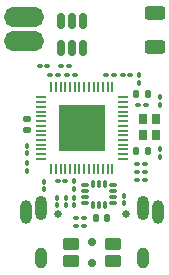
<source format=gbr>
%TF.GenerationSoftware,KiCad,Pcbnew,9.0.1*%
%TF.CreationDate,2025-07-17T15:45:22-04:00*%
%TF.ProjectId,flowstick_main_pcb,666c6f77-7374-4696-936b-5f6d61696e5f,rev?*%
%TF.SameCoordinates,Original*%
%TF.FileFunction,Soldermask,Top*%
%TF.FilePolarity,Negative*%
%FSLAX46Y46*%
G04 Gerber Fmt 4.6, Leading zero omitted, Abs format (unit mm)*
G04 Created by KiCad (PCBNEW 9.0.1) date 2025-07-17 15:45:22*
%MOMM*%
%LPD*%
G01*
G04 APERTURE LIST*
G04 Aperture macros list*
%AMRoundRect*
0 Rectangle with rounded corners*
0 $1 Rounding radius*
0 $2 $3 $4 $5 $6 $7 $8 $9 X,Y pos of 4 corners*
0 Add a 4 corners polygon primitive as box body*
4,1,4,$2,$3,$4,$5,$6,$7,$8,$9,$2,$3,0*
0 Add four circle primitives for the rounded corners*
1,1,$1+$1,$2,$3*
1,1,$1+$1,$4,$5*
1,1,$1+$1,$6,$7*
1,1,$1+$1,$8,$9*
0 Add four rect primitives between the rounded corners*
20,1,$1+$1,$2,$3,$4,$5,0*
20,1,$1+$1,$4,$5,$6,$7,0*
20,1,$1+$1,$6,$7,$8,$9,0*
20,1,$1+$1,$8,$9,$2,$3,0*%
G04 Aperture macros list end*
%ADD10RoundRect,0.100000X-0.130000X-0.100000X0.130000X-0.100000X0.130000X0.100000X-0.130000X0.100000X0*%
%ADD11RoundRect,0.100000X0.130000X0.100000X-0.130000X0.100000X-0.130000X-0.100000X0.130000X-0.100000X0*%
%ADD12RoundRect,0.100000X-0.100000X0.130000X-0.100000X-0.130000X0.100000X-0.130000X0.100000X0.130000X0*%
%ADD13RoundRect,0.100000X0.100000X-0.130000X0.100000X0.130000X-0.100000X0.130000X-0.100000X-0.130000X0*%
%ADD14O,1.000000X2.000000*%
%ADD15RoundRect,0.140000X0.140000X0.170000X-0.140000X0.170000X-0.140000X-0.170000X0.140000X-0.170000X0*%
%ADD16O,3.400000X1.700000*%
%ADD17C,1.700000*%
%ADD18RoundRect,0.140000X-0.140000X-0.170000X0.140000X-0.170000X0.140000X0.170000X-0.140000X0.170000X0*%
%ADD19R,0.800000X0.900000*%
%ADD20RoundRect,0.087500X-0.225000X-0.087500X0.225000X-0.087500X0.225000X0.087500X-0.225000X0.087500X0*%
%ADD21RoundRect,0.087500X-0.087500X-0.225000X0.087500X-0.225000X0.087500X0.225000X-0.087500X0.225000X0*%
%ADD22RoundRect,0.140000X-0.170000X0.140000X-0.170000X-0.140000X0.170000X-0.140000X0.170000X0.140000X0*%
%ADD23C,0.700000*%
%ADD24RoundRect,0.250000X-0.450000X-0.275000X0.450000X-0.275000X0.450000X0.275000X-0.450000X0.275000X0*%
%ADD25RoundRect,0.250000X0.625000X-0.312500X0.625000X0.312500X-0.625000X0.312500X-0.625000X-0.312500X0*%
%ADD26RoundRect,0.050000X-0.050000X0.350000X-0.050000X-0.350000X0.050000X-0.350000X0.050000X0.350000X0*%
%ADD27RoundRect,0.050000X-0.350000X0.050000X-0.350000X-0.050000X0.350000X-0.050000X0.350000X0.050000X0*%
%ADD28R,4.000000X4.000000*%
%ADD29RoundRect,0.150000X0.150000X-0.512500X0.150000X0.512500X-0.150000X0.512500X-0.150000X-0.512500X0*%
%ADD30C,0.650000*%
%ADD31O,1.000000X1.800000*%
%ADD32O,1.000000X2.100000*%
G04 APERTURE END LIST*
D10*
%TO.C,C11*%
X147380000Y-82100000D03*
X148020000Y-82100000D03*
%TD*%
%TO.C,R15*%
X148520000Y-82900000D03*
X147880000Y-82900000D03*
%TD*%
D11*
%TO.C,C18*%
X147120000Y-82900000D03*
X146480000Y-82900000D03*
%TD*%
D12*
%TO.C,R10*%
X148500000Y-91880000D03*
X148500000Y-92520000D03*
%TD*%
D13*
%TO.C,C14*%
X145900000Y-92565000D03*
X145900000Y-91925000D03*
%TD*%
D12*
%TO.C,C8*%
X154000000Y-82935000D03*
X154000000Y-83575000D03*
%TD*%
D14*
%TO.C,J3*%
X155600000Y-94500000D03*
%TD*%
D12*
%TO.C,C5*%
X155730000Y-89180000D03*
X155730000Y-89820000D03*
%TD*%
D10*
%TO.C,R14*%
X153810000Y-91100000D03*
X154450000Y-91100000D03*
%TD*%
D13*
%TO.C,R3*%
X144500000Y-91020000D03*
X144500000Y-90380000D03*
%TD*%
D12*
%TO.C,C13*%
X148500000Y-93280000D03*
X148500000Y-93920000D03*
%TD*%
D15*
%TO.C,C16*%
X151280000Y-95000000D03*
X150320000Y-95000000D03*
%TD*%
D16*
%TO.C,BT1*%
X144250000Y-80000000D03*
D17*
X143500000Y-80000000D03*
D16*
X144250000Y-78000000D03*
D17*
X143500000Y-78000000D03*
%TD*%
D13*
%TO.C,R8*%
X147000000Y-93920000D03*
X147000000Y-93280000D03*
%TD*%
D12*
%TO.C,R1*%
X152700000Y-93100000D03*
X152700000Y-93740000D03*
%TD*%
D11*
%TO.C,R7*%
X146200000Y-82100000D03*
X145560000Y-82100000D03*
%TD*%
D18*
%TO.C,C4*%
X153750000Y-84500000D03*
X154710000Y-84500000D03*
%TD*%
D13*
%TO.C,R4*%
X144500000Y-89520000D03*
X144500000Y-88880000D03*
%TD*%
D12*
%TO.C,C6*%
X155730000Y-84780000D03*
X155730000Y-85420000D03*
%TD*%
D19*
%TO.C,Y1*%
X155380000Y-88000000D03*
X155380000Y-86600000D03*
X154280000Y-86600000D03*
X154280000Y-88000000D03*
%TD*%
D12*
%TO.C,R11*%
X147800000Y-93280000D03*
X147800000Y-93920000D03*
%TD*%
D11*
%TO.C,C7*%
X151820000Y-82900000D03*
X151180000Y-82900000D03*
%TD*%
D18*
%TO.C,C3*%
X153750000Y-89300000D03*
X154710000Y-89300000D03*
%TD*%
D10*
%TO.C,R9*%
X147080000Y-91900000D03*
X147720000Y-91900000D03*
%TD*%
D20*
%TO.C,U5*%
X149437500Y-92250000D03*
X149437500Y-92750000D03*
X149437500Y-93250000D03*
X149437500Y-93750000D03*
D21*
X150100000Y-93912500D03*
X150600000Y-93912500D03*
X151100000Y-93912500D03*
D20*
X151762500Y-93750000D03*
X151762500Y-93250000D03*
X151762500Y-92750000D03*
X151762500Y-92250000D03*
D21*
X151100000Y-92087500D03*
X150600000Y-92087500D03*
X150100000Y-92087500D03*
%TD*%
D14*
%TO.C,J4*%
X144400000Y-94500000D03*
%TD*%
D22*
%TO.C,C2*%
X144500000Y-86620000D03*
X144500000Y-87580000D03*
%TD*%
D11*
%TO.C,R13*%
X154450000Y-91800000D03*
X153810000Y-91800000D03*
%TD*%
D23*
%TO.C,SW1*%
X150000000Y-97000000D03*
X150000000Y-98800000D03*
D24*
X148200000Y-97180000D03*
X151800000Y-97180000D03*
X148200000Y-98620000D03*
X151800000Y-98620000D03*
%TD*%
D25*
%TO.C,AE1*%
X155350000Y-80562500D03*
X155350000Y-77637500D03*
%TD*%
D26*
%TO.C,U1*%
X151730000Y-83950000D03*
X151330000Y-83950000D03*
X150930000Y-83950000D03*
X150530000Y-83950000D03*
X150130000Y-83950000D03*
X149730000Y-83950000D03*
X149330000Y-83950000D03*
X148930000Y-83950000D03*
X148530000Y-83950000D03*
X148130000Y-83950000D03*
X147730000Y-83950000D03*
X147330000Y-83950000D03*
X146930000Y-83950000D03*
X146530000Y-83950000D03*
D27*
X145680000Y-84800000D03*
X145680000Y-85200000D03*
X145680000Y-85600000D03*
X145680000Y-86000000D03*
X145680000Y-86400000D03*
X145680000Y-86800000D03*
X145680000Y-87200000D03*
X145680000Y-87600000D03*
X145680000Y-88000000D03*
X145680000Y-88400000D03*
X145680000Y-88800000D03*
X145680000Y-89200000D03*
X145680000Y-89600000D03*
X145680000Y-90000000D03*
D26*
X146530000Y-90850000D03*
X146930000Y-90850000D03*
X147330000Y-90850000D03*
X147730000Y-90850000D03*
X148130000Y-90850000D03*
X148530000Y-90850000D03*
X148930000Y-90850000D03*
X149330000Y-90850000D03*
X149730000Y-90850000D03*
X150130000Y-90850000D03*
X150530000Y-90850000D03*
X150930000Y-90850000D03*
X151330000Y-90850000D03*
X151730000Y-90850000D03*
D27*
X152580000Y-90000000D03*
X152580000Y-89600000D03*
X152580000Y-89200000D03*
X152580000Y-88800000D03*
X152580000Y-88400000D03*
X152580000Y-88000000D03*
X152580000Y-87600000D03*
X152580000Y-87200000D03*
X152580000Y-86800000D03*
X152580000Y-86400000D03*
X152580000Y-86000000D03*
X152580000Y-85600000D03*
X152580000Y-85200000D03*
X152580000Y-84800000D03*
D28*
X149130000Y-87400000D03*
%TD*%
D10*
%TO.C,R2*%
X148680000Y-95000000D03*
X149320000Y-95000000D03*
%TD*%
%TO.C,C15*%
X153810000Y-90400000D03*
X154450000Y-90400000D03*
%TD*%
%TO.C,L2*%
X152580000Y-82900000D03*
X153220000Y-82900000D03*
%TD*%
D11*
%TO.C,C17*%
X149320000Y-95700000D03*
X148680000Y-95700000D03*
%TD*%
%TO.C,L1*%
X154550000Y-85400000D03*
X153910000Y-85400000D03*
%TD*%
D29*
%TO.C,D1*%
X147350000Y-78362500D03*
X148300000Y-78362500D03*
X149250000Y-78362500D03*
X149250000Y-80637500D03*
X148300000Y-80637500D03*
X147350000Y-80637500D03*
%TD*%
D30*
%TO.C,J1*%
X152890000Y-94695000D03*
X147110000Y-94695000D03*
D31*
X154320000Y-98375000D03*
D32*
X154320000Y-94195000D03*
D31*
X145680000Y-98375000D03*
D32*
X145680000Y-94195000D03*
%TD*%
M02*

</source>
